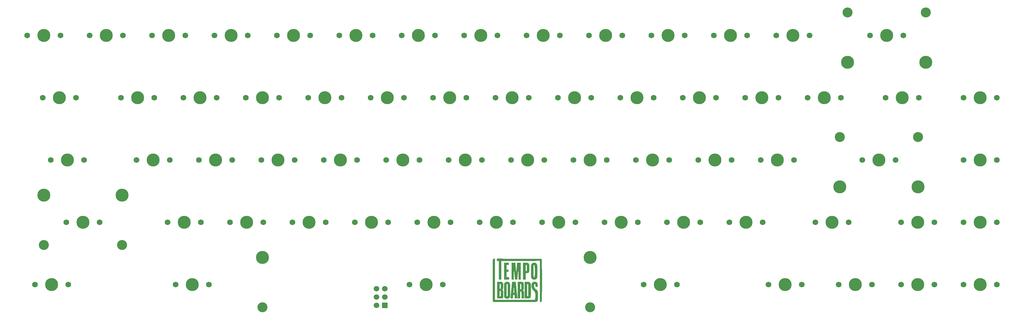
<source format=gbr>
%TF.GenerationSoftware,KiCad,Pcbnew,(6.0.1)*%
%TF.CreationDate,2022-06-09T19:08:29-07:00*%
%TF.ProjectId,artemis-65,61727465-6d69-4732-9d36-352e6b696361,rev?*%
%TF.SameCoordinates,Original*%
%TF.FileFunction,Soldermask,Top*%
%TF.FilePolarity,Negative*%
%FSLAX46Y46*%
G04 Gerber Fmt 4.6, Leading zero omitted, Abs format (unit mm)*
G04 Created by KiCad (PCBNEW (6.0.1)) date 2022-06-09 19:08:29*
%MOMM*%
%LPD*%
G01*
G04 APERTURE LIST*
%ADD10C,3.987800*%
%ADD11C,1.750000*%
%ADD12C,3.048000*%
%ADD13C,1.700000*%
%ADD14R,1.700000X1.700000*%
G04 APERTURE END LIST*
%TO.C,G\u002A\u002A\u002A*%
G36*
X147964915Y-107022682D02*
G01*
X154023649Y-107022682D01*
X154427815Y-107022679D01*
X154813861Y-107022669D01*
X155182199Y-107022652D01*
X155533240Y-107022626D01*
X155867399Y-107022591D01*
X156185087Y-107022545D01*
X156486716Y-107022487D01*
X156772701Y-107022417D01*
X157043452Y-107022334D01*
X157299383Y-107022236D01*
X157540905Y-107022123D01*
X157768433Y-107021994D01*
X157982378Y-107021847D01*
X158183152Y-107021682D01*
X158371169Y-107021498D01*
X158546841Y-107021294D01*
X158710580Y-107021068D01*
X158862799Y-107020821D01*
X159003910Y-107020550D01*
X159134326Y-107020255D01*
X159254460Y-107019936D01*
X159364725Y-107019590D01*
X159465532Y-107019217D01*
X159557294Y-107018817D01*
X159640424Y-107018387D01*
X159715334Y-107017928D01*
X159782437Y-107017438D01*
X159842145Y-107016916D01*
X159894872Y-107016362D01*
X159941029Y-107015773D01*
X159981029Y-107015150D01*
X160015285Y-107014492D01*
X160044209Y-107013797D01*
X160068213Y-107013064D01*
X160087711Y-107012293D01*
X160103115Y-107011482D01*
X160114837Y-107010631D01*
X160123290Y-107009738D01*
X160128886Y-107008803D01*
X160130529Y-107008384D01*
X160187355Y-106982155D01*
X160234936Y-106941204D01*
X160264676Y-106898459D01*
X160284981Y-106860515D01*
X160287756Y-105989446D01*
X160288211Y-105828437D01*
X160288472Y-105684802D01*
X160288507Y-105557381D01*
X160288284Y-105445015D01*
X160287773Y-105346545D01*
X160286941Y-105260810D01*
X160285757Y-105186653D01*
X160284191Y-105122913D01*
X160282209Y-105068432D01*
X160279782Y-105022050D01*
X160276877Y-104982608D01*
X160273463Y-104948946D01*
X160269509Y-104919905D01*
X160264983Y-104894327D01*
X160259854Y-104871051D01*
X160257129Y-104860206D01*
X160247071Y-104824808D01*
X160235413Y-104791566D01*
X160221054Y-104759058D01*
X160202894Y-104725866D01*
X160179834Y-104690567D01*
X160150772Y-104651744D01*
X160114609Y-104607974D01*
X160070246Y-104557840D01*
X160016581Y-104499919D01*
X159952515Y-104432792D01*
X159876948Y-104355040D01*
X159823913Y-104300950D01*
X159736008Y-104210888D01*
X159660242Y-104131725D01*
X159595210Y-104061704D01*
X159539510Y-103999071D01*
X159491739Y-103942070D01*
X159450492Y-103888946D01*
X159414366Y-103837943D01*
X159381959Y-103787307D01*
X159351867Y-103735282D01*
X159322687Y-103680112D01*
X159314311Y-103663506D01*
X159280703Y-103592942D01*
X159252066Y-103524704D01*
X159227996Y-103456535D01*
X159208090Y-103386177D01*
X159191945Y-103311376D01*
X159179158Y-103229872D01*
X159169327Y-103139411D01*
X159162048Y-103037734D01*
X159156918Y-102922586D01*
X159153535Y-102791709D01*
X159152976Y-102760004D01*
X159151431Y-102630689D01*
X159151487Y-102517909D01*
X159153382Y-102419718D01*
X159157357Y-102334167D01*
X159163648Y-102259310D01*
X159172496Y-102193198D01*
X159184138Y-102133884D01*
X159198813Y-102079421D01*
X159216761Y-102027861D01*
X159238220Y-101977256D01*
X159252633Y-101947042D01*
X159311823Y-101847652D01*
X159384943Y-101760153D01*
X159471095Y-101685317D01*
X159569377Y-101623917D01*
X159678892Y-101576728D01*
X159686009Y-101574295D01*
X159793408Y-101544929D01*
X159909926Y-101525214D01*
X160031770Y-101515077D01*
X160155146Y-101514442D01*
X160276259Y-101523232D01*
X160391316Y-101541374D01*
X160496523Y-101568791D01*
X160557975Y-101591613D01*
X160660165Y-101643994D01*
X160749898Y-101709045D01*
X160827437Y-101787144D01*
X160893041Y-101878673D01*
X160946973Y-101984012D01*
X160989494Y-102103540D01*
X161020866Y-102237639D01*
X161027000Y-102273503D01*
X161031616Y-102308922D01*
X161035557Y-102353876D01*
X161038900Y-102410019D01*
X161041720Y-102479005D01*
X161044091Y-102562489D01*
X161046089Y-102662124D01*
X161046867Y-102711354D01*
X161051953Y-103056538D01*
X160308147Y-103056538D01*
X160308096Y-102729887D01*
X160307789Y-102636682D01*
X160306924Y-102554895D01*
X160305539Y-102485911D01*
X160303671Y-102431109D01*
X160301359Y-102391871D01*
X160298640Y-102369581D01*
X160298212Y-102367830D01*
X160279420Y-102327154D01*
X160249065Y-102289887D01*
X160212385Y-102261478D01*
X160184365Y-102249394D01*
X160137749Y-102242611D01*
X160087414Y-102244618D01*
X160040559Y-102254568D01*
X160006199Y-102270355D01*
X159981184Y-102293747D01*
X159957580Y-102326720D01*
X159950465Y-102339823D01*
X159926882Y-102387610D01*
X159930302Y-102756824D01*
X159931208Y-102849841D01*
X159932109Y-102926319D01*
X159933117Y-102988251D01*
X159934340Y-103037631D01*
X159935889Y-103076453D01*
X159937873Y-103106710D01*
X159940402Y-103130396D01*
X159943586Y-103149504D01*
X159947535Y-103166029D01*
X159952359Y-103181964D01*
X159953997Y-103186940D01*
X159968634Y-103224798D01*
X159988103Y-103263764D01*
X160013350Y-103304892D01*
X160045320Y-103349236D01*
X160084959Y-103397852D01*
X160133214Y-103451793D01*
X160191029Y-103512114D01*
X160259352Y-103579869D01*
X160339127Y-103656113D01*
X160431301Y-103741901D01*
X160536820Y-103838287D01*
X160544448Y-103845202D01*
X160650669Y-103943550D01*
X160742494Y-104033616D01*
X160821033Y-104117271D01*
X160887397Y-104196382D01*
X160942696Y-104272821D01*
X160988041Y-104348456D01*
X161024541Y-104425157D01*
X161053307Y-104504794D01*
X161075449Y-104589235D01*
X161092077Y-104680351D01*
X161104303Y-104780010D01*
X161105220Y-104789409D01*
X161107072Y-104817877D01*
X161108668Y-104862128D01*
X161110011Y-104922448D01*
X161111102Y-104999127D01*
X161111943Y-105092450D01*
X161112536Y-105202705D01*
X161112883Y-105330180D01*
X161112984Y-105475162D01*
X161112842Y-105637939D01*
X161112460Y-105818797D01*
X161112137Y-105929212D01*
X161111618Y-106089838D01*
X161111127Y-106233029D01*
X161110642Y-106359881D01*
X161110140Y-106471492D01*
X161109600Y-106568959D01*
X161109000Y-106653381D01*
X161108316Y-106725854D01*
X161107526Y-106787477D01*
X161106610Y-106839345D01*
X161105544Y-106882558D01*
X161104306Y-106918212D01*
X161102873Y-106947405D01*
X161101225Y-106971234D01*
X161099338Y-106990798D01*
X161097190Y-107007192D01*
X161094760Y-107021516D01*
X161092024Y-107034865D01*
X161089539Y-107045849D01*
X161056283Y-107163266D01*
X161013743Y-107266387D01*
X160960697Y-107357603D01*
X160895922Y-107439307D01*
X160879507Y-107456725D01*
X160811114Y-107519697D01*
X160736874Y-107572868D01*
X160654215Y-107617475D01*
X160560565Y-107654754D01*
X160453351Y-107685943D01*
X160359819Y-107706608D01*
X160353799Y-107707570D01*
X160345461Y-107708490D01*
X160334397Y-107709370D01*
X160320199Y-107710210D01*
X160302459Y-107711013D01*
X160280769Y-107711778D01*
X160254720Y-107712507D01*
X160223905Y-107713201D01*
X160187915Y-107713862D01*
X160146343Y-107714489D01*
X160098780Y-107715085D01*
X160044819Y-107715650D01*
X159984050Y-107716186D01*
X159916067Y-107716694D01*
X159840460Y-107717174D01*
X159756822Y-107717627D01*
X159664745Y-107718056D01*
X159563821Y-107718461D01*
X159453642Y-107718842D01*
X159333799Y-107719202D01*
X159203884Y-107719540D01*
X159063489Y-107719859D01*
X158912207Y-107720159D01*
X158749629Y-107720442D01*
X158575347Y-107720708D01*
X158388953Y-107720959D01*
X158190039Y-107721195D01*
X157978197Y-107721418D01*
X157753018Y-107721629D01*
X157514095Y-107721829D01*
X157261020Y-107722019D01*
X156993383Y-107722200D01*
X156710779Y-107722373D01*
X156412797Y-107722539D01*
X156099031Y-107722700D01*
X155769071Y-107722856D01*
X155422511Y-107723008D01*
X155058942Y-107723159D01*
X154677955Y-107723307D01*
X154279143Y-107723456D01*
X153974364Y-107723565D01*
X153559778Y-107723709D01*
X153163328Y-107723839D01*
X152784616Y-107723953D01*
X152423246Y-107724052D01*
X152078821Y-107724135D01*
X151750942Y-107724201D01*
X151439213Y-107724249D01*
X151143236Y-107724279D01*
X150862614Y-107724289D01*
X150596950Y-107724280D01*
X150345847Y-107724251D01*
X150108907Y-107724200D01*
X149885732Y-107724127D01*
X149675926Y-107724032D01*
X149479092Y-107723913D01*
X149294831Y-107723771D01*
X149122748Y-107723603D01*
X148962443Y-107723411D01*
X148813521Y-107723192D01*
X148675584Y-107722947D01*
X148548234Y-107722673D01*
X148431075Y-107722372D01*
X148323708Y-107722042D01*
X148225738Y-107721682D01*
X148136765Y-107721292D01*
X148056394Y-107720871D01*
X147984227Y-107720418D01*
X147919866Y-107719933D01*
X147862914Y-107719414D01*
X147812975Y-107718862D01*
X147769650Y-107718275D01*
X147732542Y-107717654D01*
X147701254Y-107716996D01*
X147675390Y-107716301D01*
X147654551Y-107715569D01*
X147638339Y-107714799D01*
X147626359Y-107713991D01*
X147618213Y-107713142D01*
X147613750Y-107712323D01*
X147534154Y-107681761D01*
X147465184Y-107636142D01*
X147407549Y-107576065D01*
X147361956Y-107502129D01*
X147359661Y-107497353D01*
X147330147Y-107435050D01*
X147330147Y-94775788D01*
X147364920Y-94705428D01*
X147409834Y-94633815D01*
X147467594Y-94572305D01*
X147535277Y-94523178D01*
X147609957Y-94488712D01*
X147660267Y-94475363D01*
X147687662Y-94471964D01*
X147728389Y-94469147D01*
X147777250Y-94467180D01*
X147829046Y-94466330D01*
X147836446Y-94466316D01*
X147964915Y-94466316D01*
X147964915Y-107022682D01*
G37*
G36*
X150098570Y-94479035D02*
G01*
X150205170Y-94479404D01*
X150329538Y-94479788D01*
X150470913Y-94480184D01*
X150628530Y-94480592D01*
X150801626Y-94481010D01*
X150989437Y-94481437D01*
X151191199Y-94481872D01*
X151406148Y-94482314D01*
X151633522Y-94482761D01*
X151872555Y-94483211D01*
X152122485Y-94483665D01*
X152382548Y-94484120D01*
X152651980Y-94484575D01*
X152930018Y-94485030D01*
X153215897Y-94485482D01*
X153508855Y-94485930D01*
X153808126Y-94486374D01*
X154112949Y-94486811D01*
X154422558Y-94487241D01*
X154736191Y-94487663D01*
X155053084Y-94488075D01*
X155372472Y-94488475D01*
X155693593Y-94488864D01*
X156015682Y-94489238D01*
X156337976Y-94489598D01*
X156659712Y-94489942D01*
X156786805Y-94490073D01*
X157209370Y-94490522D01*
X157614250Y-94490988D01*
X158001406Y-94491469D01*
X158370803Y-94491965D01*
X158722401Y-94492478D01*
X159056163Y-94493005D01*
X159372053Y-94493548D01*
X159670031Y-94494106D01*
X159950062Y-94494680D01*
X160212107Y-94495268D01*
X160456128Y-94495871D01*
X160682089Y-94496489D01*
X160889952Y-94497122D01*
X161079678Y-94497769D01*
X161251231Y-94498431D01*
X161404574Y-94499107D01*
X161539667Y-94499797D01*
X161656475Y-94500502D01*
X161754959Y-94501220D01*
X161835083Y-94501953D01*
X161896807Y-94502699D01*
X161940096Y-94503459D01*
X161964910Y-94504233D01*
X161970875Y-94504696D01*
X162047504Y-94526815D01*
X162119171Y-94564789D01*
X162183343Y-94616103D01*
X162237493Y-94678238D01*
X162279088Y-94748679D01*
X162305599Y-94824907D01*
X162308938Y-94841002D01*
X162309576Y-94853701D01*
X162310194Y-94884343D01*
X162310793Y-94932343D01*
X162311372Y-94997111D01*
X162311932Y-95078060D01*
X162312472Y-95174604D01*
X162312993Y-95286154D01*
X162313494Y-95412124D01*
X162313975Y-95551925D01*
X162314437Y-95704970D01*
X162314879Y-95870672D01*
X162315301Y-96048443D01*
X162315703Y-96237697D01*
X162316086Y-96437844D01*
X162316448Y-96648299D01*
X162316791Y-96868473D01*
X162317114Y-97097779D01*
X162317417Y-97335629D01*
X162317699Y-97581437D01*
X162317962Y-97834614D01*
X162318204Y-98094574D01*
X162318427Y-98360728D01*
X162318629Y-98632490D01*
X162318811Y-98909271D01*
X162318973Y-99190485D01*
X162319114Y-99475544D01*
X162319236Y-99763860D01*
X162319336Y-100054846D01*
X162319417Y-100347915D01*
X162319477Y-100642479D01*
X162319516Y-100937950D01*
X162319535Y-101233742D01*
X162319534Y-101529266D01*
X162319512Y-101823936D01*
X162319469Y-102117163D01*
X162319406Y-102408361D01*
X162319322Y-102696942D01*
X162319217Y-102982318D01*
X162319092Y-103263902D01*
X162318946Y-103541107D01*
X162318779Y-103813345D01*
X162318591Y-104080028D01*
X162318382Y-104340569D01*
X162318152Y-104594382D01*
X162317902Y-104840877D01*
X162317630Y-105079468D01*
X162317337Y-105309568D01*
X162317024Y-105530588D01*
X162316689Y-105741942D01*
X162316333Y-105943042D01*
X162315955Y-106133300D01*
X162315557Y-106312130D01*
X162315137Y-106478943D01*
X162314696Y-106633152D01*
X162314234Y-106774169D01*
X162313751Y-106901408D01*
X162313245Y-107014281D01*
X162312719Y-107112200D01*
X162312171Y-107194578D01*
X162311602Y-107260828D01*
X162311011Y-107310361D01*
X162310398Y-107342591D01*
X162309764Y-107356929D01*
X162309704Y-107357335D01*
X162287201Y-107432319D01*
X162249680Y-107504540D01*
X162200221Y-107569390D01*
X162141907Y-107622259D01*
X162124546Y-107634202D01*
X162084487Y-107657497D01*
X162044663Y-107674736D01*
X162001294Y-107686721D01*
X161950599Y-107694250D01*
X161888798Y-107698125D01*
X161817792Y-107699150D01*
X161670351Y-107699150D01*
X161670351Y-95152787D01*
X160342897Y-95157387D01*
X160248811Y-95157701D01*
X160138654Y-95158047D01*
X160013157Y-95158422D01*
X159873052Y-95158827D01*
X159719069Y-95159258D01*
X159551941Y-95159715D01*
X159372400Y-95160195D01*
X159181175Y-95160697D01*
X158978999Y-95161219D01*
X158766604Y-95161760D01*
X158544720Y-95162318D01*
X158314079Y-95162892D01*
X158075413Y-95163479D01*
X157829453Y-95164078D01*
X157576931Y-95164688D01*
X157318577Y-95165307D01*
X157055124Y-95165932D01*
X156787302Y-95166564D01*
X156515844Y-95167199D01*
X156241481Y-95167836D01*
X155964943Y-95168474D01*
X155686963Y-95169111D01*
X155408273Y-95169745D01*
X155129602Y-95170374D01*
X154851684Y-95170998D01*
X154575249Y-95171614D01*
X154301029Y-95172221D01*
X154029754Y-95172817D01*
X153762158Y-95173400D01*
X153498971Y-95173969D01*
X153240924Y-95174522D01*
X152988749Y-95175057D01*
X152743178Y-95175574D01*
X152504942Y-95176069D01*
X152274772Y-95176542D01*
X152053399Y-95176991D01*
X151841556Y-95177414D01*
X151639974Y-95177810D01*
X151449383Y-95178177D01*
X151270517Y-95178513D01*
X151104105Y-95178817D01*
X150950879Y-95179087D01*
X150811572Y-95179321D01*
X150686914Y-95179518D01*
X150577636Y-95179676D01*
X150484471Y-95179793D01*
X150408149Y-95179868D01*
X150349403Y-95179899D01*
X150334871Y-95179900D01*
X149929453Y-95179851D01*
X149929453Y-100841799D01*
X149141785Y-100841799D01*
X149141785Y-95179851D01*
X148539450Y-95179851D01*
X148539450Y-94473245D01*
X150098570Y-94479035D01*
G37*
G36*
X150726185Y-103915317D02*
G01*
X150726336Y-103758728D01*
X150726568Y-103604831D01*
X150726879Y-103454803D01*
X150727270Y-103309820D01*
X150727741Y-103171055D01*
X150728292Y-103039686D01*
X150728922Y-102916887D01*
X150729631Y-102803833D01*
X150730420Y-102701701D01*
X150731289Y-102611665D01*
X150732236Y-102534900D01*
X150733263Y-102472583D01*
X150734369Y-102425889D01*
X150735554Y-102395993D01*
X150736146Y-102388001D01*
X150755369Y-102252008D01*
X150784312Y-102130410D01*
X150823751Y-102021373D01*
X150874460Y-101923059D01*
X150937217Y-101833632D01*
X150999756Y-101764093D01*
X151085510Y-101688409D01*
X151178094Y-101627157D01*
X151278950Y-101579812D01*
X151389520Y-101545848D01*
X151511245Y-101524738D01*
X151645568Y-101515958D01*
X151680858Y-101515627D01*
X151824279Y-101523142D01*
X151956741Y-101545433D01*
X152078149Y-101582454D01*
X152188407Y-101634162D01*
X152287417Y-101700510D01*
X152375083Y-101781454D01*
X152450578Y-101875885D01*
X152497561Y-101955476D01*
X152539374Y-102048655D01*
X152574404Y-102150819D01*
X152601040Y-102257368D01*
X152615840Y-102347636D01*
X152617258Y-102367010D01*
X152618564Y-102401112D01*
X152619757Y-102450227D01*
X152620841Y-102514642D01*
X152621816Y-102594643D01*
X152622684Y-102690514D01*
X152623447Y-102802542D01*
X152624106Y-102931013D01*
X152624664Y-103076212D01*
X152625121Y-103238425D01*
X152625479Y-103417938D01*
X152625740Y-103615036D01*
X152625905Y-103830005D01*
X152625976Y-104063132D01*
X152625980Y-104140741D01*
X152625979Y-104354623D01*
X152625969Y-104550811D01*
X152625932Y-104730146D01*
X152625847Y-104893466D01*
X152625694Y-105041613D01*
X152625453Y-105175426D01*
X152625104Y-105295745D01*
X152624627Y-105403410D01*
X152624002Y-105499260D01*
X152623209Y-105584136D01*
X152622229Y-105658877D01*
X152621040Y-105724323D01*
X152619624Y-105781315D01*
X152617960Y-105830691D01*
X152616029Y-105873292D01*
X152613809Y-105909958D01*
X152611282Y-105941529D01*
X152608428Y-105968844D01*
X152605225Y-105992744D01*
X152601655Y-106014068D01*
X152597698Y-106033655D01*
X152593333Y-106052347D01*
X152588540Y-106070983D01*
X152583300Y-106090402D01*
X152579255Y-106105279D01*
X152566712Y-106144359D01*
X152548447Y-106192318D01*
X152527415Y-106241661D01*
X152515363Y-106267446D01*
X152457143Y-106368531D01*
X152387193Y-106456044D01*
X152304904Y-106530456D01*
X152209666Y-106592241D01*
X152100870Y-106641870D01*
X151986659Y-106677615D01*
X151950999Y-106686055D01*
X151916916Y-106692319D01*
X151880299Y-106696813D01*
X151837033Y-106699938D01*
X151783007Y-106702100D01*
X151722558Y-106703541D01*
X151635061Y-106704310D01*
X151563511Y-106702797D01*
X151505453Y-106698911D01*
X151466200Y-106693890D01*
X151342538Y-106665110D01*
X151222094Y-106620363D01*
X151170496Y-106595489D01*
X151073176Y-106534610D01*
X150987230Y-106459425D01*
X150913000Y-106370522D01*
X150850828Y-106268486D01*
X150801057Y-106153907D01*
X150764029Y-106027370D01*
X150740087Y-105889464D01*
X150735920Y-105850445D01*
X150734700Y-105827907D01*
X150733561Y-105788080D01*
X150732504Y-105732140D01*
X150731528Y-105661262D01*
X150730633Y-105576621D01*
X150729819Y-105479394D01*
X150729085Y-105370755D01*
X150728433Y-105251880D01*
X150727861Y-105123944D01*
X150727370Y-104988123D01*
X150726960Y-104845591D01*
X150726630Y-104697526D01*
X150726380Y-104545101D01*
X150726211Y-104389492D01*
X150726122Y-104231875D01*
X150726115Y-104108307D01*
X151509424Y-104108307D01*
X151509431Y-104318621D01*
X151509456Y-104511206D01*
X151509507Y-104686864D01*
X151509591Y-104846401D01*
X151509716Y-104990619D01*
X151509890Y-105120323D01*
X151510119Y-105236317D01*
X151510412Y-105339403D01*
X151510776Y-105430387D01*
X151511218Y-105510071D01*
X151511746Y-105579260D01*
X151512367Y-105638757D01*
X151513089Y-105689366D01*
X151513920Y-105731892D01*
X151514866Y-105767137D01*
X151515936Y-105795905D01*
X151517136Y-105819001D01*
X151518475Y-105837228D01*
X151519960Y-105851390D01*
X151521598Y-105862291D01*
X151523396Y-105870734D01*
X151525364Y-105877523D01*
X151525944Y-105879231D01*
X151539685Y-105910640D01*
X151556156Y-105937581D01*
X151564448Y-105947205D01*
X151605940Y-105974267D01*
X151655484Y-105988138D01*
X151707567Y-105988253D01*
X151756675Y-105974045D01*
X151768055Y-105968065D01*
X151805174Y-105936002D01*
X151832873Y-105889826D01*
X151846963Y-105845017D01*
X151848352Y-105830924D01*
X151849630Y-105801934D01*
X151850800Y-105757775D01*
X151851862Y-105698173D01*
X151852818Y-105622856D01*
X151853670Y-105531551D01*
X151854419Y-105423984D01*
X151855067Y-105299883D01*
X151855615Y-105158976D01*
X151856066Y-105000988D01*
X151856420Y-104825648D01*
X151856680Y-104632681D01*
X151856846Y-104421816D01*
X151856920Y-104192780D01*
X151856925Y-104114432D01*
X151856933Y-103902051D01*
X151856942Y-103707407D01*
X151856928Y-103529703D01*
X151856868Y-103368142D01*
X151856738Y-103221927D01*
X151856515Y-103090262D01*
X151856175Y-102972349D01*
X151855694Y-102867392D01*
X151855049Y-102774595D01*
X151854217Y-102693160D01*
X151853174Y-102622290D01*
X151851897Y-102561189D01*
X151850361Y-102509061D01*
X151848544Y-102465107D01*
X151846422Y-102428532D01*
X151843971Y-102398539D01*
X151841168Y-102374330D01*
X151837990Y-102355110D01*
X151834412Y-102340081D01*
X151830412Y-102328447D01*
X151825965Y-102319411D01*
X151821049Y-102312175D01*
X151815639Y-102305944D01*
X151809713Y-102299920D01*
X151803246Y-102293307D01*
X151803156Y-102293212D01*
X151761203Y-102261345D01*
X151711341Y-102244015D01*
X151657996Y-102241928D01*
X151605599Y-102255792D01*
X151596307Y-102260190D01*
X151570837Y-102276824D01*
X151551288Y-102299965D01*
X151534126Y-102332006D01*
X151509424Y-102384703D01*
X151509424Y-104108307D01*
X150726115Y-104108307D01*
X150726113Y-104073425D01*
X150726185Y-103915317D01*
G37*
G36*
X149246035Y-101546105D02*
G01*
X149378155Y-101546175D01*
X149493239Y-101546435D01*
X149592784Y-101546983D01*
X149678287Y-101547915D01*
X149751243Y-101549331D01*
X149813152Y-101551328D01*
X149865508Y-101554004D01*
X149909810Y-101557458D01*
X149947554Y-101561787D01*
X149980237Y-101567089D01*
X150009356Y-101573463D01*
X150036407Y-101581005D01*
X150062889Y-101589815D01*
X150090297Y-101599991D01*
X150094627Y-101601659D01*
X150189649Y-101647721D01*
X150272232Y-101707454D01*
X150341911Y-101780381D01*
X150398220Y-101866026D01*
X150436213Y-101951174D01*
X150445954Y-101978048D01*
X150454405Y-102002250D01*
X150461665Y-102025262D01*
X150467833Y-102048569D01*
X150473007Y-102073653D01*
X150477286Y-102101997D01*
X150480771Y-102135086D01*
X150483559Y-102174402D01*
X150485749Y-102221428D01*
X150487441Y-102277649D01*
X150488734Y-102344546D01*
X150489726Y-102423604D01*
X150490516Y-102516306D01*
X150491204Y-102624136D01*
X150491888Y-102748576D01*
X150492105Y-102788817D01*
X150492768Y-102915205D01*
X150493278Y-103024520D01*
X150493603Y-103118225D01*
X150493716Y-103197780D01*
X150493585Y-103264646D01*
X150493181Y-103320285D01*
X150492474Y-103366158D01*
X150491435Y-103403726D01*
X150490033Y-103434450D01*
X150488240Y-103459791D01*
X150486025Y-103481210D01*
X150483358Y-103500169D01*
X150480210Y-103518128D01*
X150476913Y-103534779D01*
X150449135Y-103634830D01*
X150409603Y-103721769D01*
X150358804Y-103795005D01*
X150297226Y-103853946D01*
X150225355Y-103898003D01*
X150156361Y-103923354D01*
X150119601Y-103935296D01*
X150101077Y-103946596D01*
X150100847Y-103957705D01*
X150118975Y-103969073D01*
X150155522Y-103981150D01*
X150164568Y-103983566D01*
X150257039Y-104016117D01*
X150337130Y-104062446D01*
X150404759Y-104122464D01*
X150459843Y-104196084D01*
X150502299Y-104283219D01*
X150529555Y-104372734D01*
X150532321Y-104385778D01*
X150534755Y-104400500D01*
X150536877Y-104418105D01*
X150538708Y-104439794D01*
X150540270Y-104466770D01*
X150541583Y-104500235D01*
X150542668Y-104541391D01*
X150543547Y-104591441D01*
X150544241Y-104651587D01*
X150544771Y-104723032D01*
X150545157Y-104806978D01*
X150545420Y-104904628D01*
X150545583Y-105017183D01*
X150545665Y-105145847D01*
X150545688Y-105291821D01*
X150545688Y-105294444D01*
X150545670Y-105440266D01*
X150545600Y-105568768D01*
X150545456Y-105681166D01*
X150545216Y-105778674D01*
X150544857Y-105862505D01*
X150544358Y-105933875D01*
X150543695Y-105993998D01*
X150542846Y-106044088D01*
X150541789Y-106085359D01*
X150540502Y-106119026D01*
X150538963Y-106146303D01*
X150537148Y-106168405D01*
X150535036Y-106186545D01*
X150532604Y-106201938D01*
X150529830Y-106215799D01*
X150528637Y-106221113D01*
X150497331Y-106322219D01*
X150452917Y-106410230D01*
X150395353Y-106485192D01*
X150324600Y-106547152D01*
X150240616Y-106596156D01*
X150180912Y-106620392D01*
X150153749Y-106629514D01*
X150127294Y-106637460D01*
X150100110Y-106644311D01*
X150070758Y-106650148D01*
X150037800Y-106655051D01*
X149999797Y-106659102D01*
X149955312Y-106662380D01*
X149902905Y-106664966D01*
X149841139Y-106666942D01*
X149768576Y-106668387D01*
X149683777Y-106669383D01*
X149585304Y-106670010D01*
X149471718Y-106670349D01*
X149341581Y-106670481D01*
X149287735Y-106670493D01*
X148641383Y-106670548D01*
X148641383Y-106005824D01*
X149419785Y-106005824D01*
X149510136Y-106001275D01*
X149562218Y-105996939D01*
X149606324Y-105989953D01*
X149637226Y-105981149D01*
X149637553Y-105981011D01*
X149684955Y-105953300D01*
X149721614Y-105913643D01*
X149745764Y-105870206D01*
X149767286Y-105822645D01*
X149769961Y-105175598D01*
X149770479Y-105042785D01*
X149770806Y-104927174D01*
X149770858Y-104827431D01*
X149770551Y-104742227D01*
X149769800Y-104670228D01*
X149768523Y-104610103D01*
X149766636Y-104560521D01*
X149764053Y-104520148D01*
X149760692Y-104487655D01*
X149756469Y-104461708D01*
X149751300Y-104440976D01*
X149745101Y-104424127D01*
X149737788Y-104409830D01*
X149729278Y-104396752D01*
X149720148Y-104384430D01*
X149692643Y-104354946D01*
X149659892Y-104333935D01*
X149618381Y-104320080D01*
X149564592Y-104312067D01*
X149519402Y-104309290D01*
X149419785Y-104305491D01*
X149419785Y-106005824D01*
X148641383Y-106005824D01*
X148641383Y-103668140D01*
X149419785Y-103668140D01*
X149514769Y-103667435D01*
X149558366Y-103666075D01*
X149598067Y-103662994D01*
X149628222Y-103658719D01*
X149639242Y-103655851D01*
X149685934Y-103629046D01*
X149722769Y-103586642D01*
X149737972Y-103558619D01*
X149742152Y-103549201D01*
X149745714Y-103539451D01*
X149748718Y-103527870D01*
X149751218Y-103512959D01*
X149753273Y-103493219D01*
X149754940Y-103467150D01*
X149756276Y-103433252D01*
X149757338Y-103390027D01*
X149758183Y-103335975D01*
X149758869Y-103269596D01*
X149759452Y-103189392D01*
X149759990Y-103093863D01*
X149760539Y-102981509D01*
X149760620Y-102964392D01*
X149761140Y-102841614D01*
X149761402Y-102735926D01*
X149761325Y-102645882D01*
X149760827Y-102570040D01*
X149759830Y-102506956D01*
X149758251Y-102455186D01*
X149756010Y-102413286D01*
X149753026Y-102379813D01*
X149749219Y-102353323D01*
X149744508Y-102332373D01*
X149738812Y-102315518D01*
X149732050Y-102301315D01*
X149724142Y-102288320D01*
X149722700Y-102286159D01*
X149701873Y-102259909D01*
X149677988Y-102241058D01*
X149647513Y-102228304D01*
X149606914Y-102220347D01*
X149552660Y-102215884D01*
X149529239Y-102214887D01*
X149419785Y-102210985D01*
X149419785Y-103668140D01*
X148641383Y-103668140D01*
X148641383Y-101546067D01*
X149246035Y-101546105D01*
G37*
G36*
X152897330Y-104546937D02*
G01*
X152915537Y-104360769D01*
X152933860Y-104173468D01*
X152952208Y-103985945D01*
X152970494Y-103799110D01*
X152988627Y-103613874D01*
X153006519Y-103431149D01*
X153024081Y-103251846D01*
X153041222Y-103076876D01*
X153057856Y-102907150D01*
X153073891Y-102743579D01*
X153089239Y-102587075D01*
X153103811Y-102438548D01*
X153117517Y-102298909D01*
X153130270Y-102169070D01*
X153141978Y-102049941D01*
X153152554Y-101942435D01*
X153161908Y-101847461D01*
X153169951Y-101765932D01*
X153176593Y-101698757D01*
X153181746Y-101646849D01*
X153185321Y-101611119D01*
X153187228Y-101592477D01*
X153187494Y-101590084D01*
X153193068Y-101546067D01*
X154289502Y-101546067D01*
X154539969Y-104105991D01*
X154790435Y-106665914D01*
X154401807Y-106668333D01*
X154318881Y-106668793D01*
X154241917Y-106669112D01*
X154172844Y-106669289D01*
X154113589Y-106669326D01*
X154066080Y-106669222D01*
X154032245Y-106668976D01*
X154014011Y-106668590D01*
X154011335Y-106668333D01*
X154010362Y-106658911D01*
X154008209Y-106632627D01*
X154004995Y-106591108D01*
X154000842Y-106535977D01*
X153995870Y-106468862D01*
X153990199Y-106391387D01*
X153983950Y-106305179D01*
X153977243Y-106211863D01*
X153970963Y-106123813D01*
X153963843Y-106024165D01*
X153956976Y-105929104D01*
X153950496Y-105840406D01*
X153944536Y-105759848D01*
X153939229Y-105689206D01*
X153934710Y-105630257D01*
X153931110Y-105584776D01*
X153928563Y-105554540D01*
X153927348Y-105542328D01*
X153922262Y-105502944D01*
X153728229Y-105502944D01*
X153670475Y-105503260D01*
X153619504Y-105504143D01*
X153578039Y-105505496D01*
X153548804Y-105507222D01*
X153534521Y-105509223D01*
X153533554Y-105509894D01*
X153532833Y-105520128D01*
X153530974Y-105547257D01*
X153528084Y-105589686D01*
X153524273Y-105645820D01*
X153519647Y-105714062D01*
X153514316Y-105792818D01*
X153508387Y-105880490D01*
X153501969Y-105975485D01*
X153495170Y-106076205D01*
X153494146Y-106091379D01*
X153455380Y-106665914D01*
X153073154Y-106668334D01*
X152991020Y-106668728D01*
X152914937Y-106668853D01*
X152846836Y-106668721D01*
X152788647Y-106668349D01*
X152742303Y-106667751D01*
X152709736Y-106666941D01*
X152692876Y-106665935D01*
X152690927Y-106665408D01*
X152691817Y-106655448D01*
X152694426Y-106627955D01*
X152698666Y-106583839D01*
X152704448Y-106524011D01*
X152711682Y-106449383D01*
X152720279Y-106360866D01*
X152730150Y-106259371D01*
X152741207Y-106145808D01*
X152753359Y-106021089D01*
X152766518Y-105886126D01*
X152780594Y-105741829D01*
X152795498Y-105589109D01*
X152811142Y-105428878D01*
X152827436Y-105262046D01*
X152844291Y-105089525D01*
X152861618Y-104912225D01*
X152870226Y-104824159D01*
X153580397Y-104824159D01*
X153585129Y-104828754D01*
X153600521Y-104832055D01*
X153628550Y-104834217D01*
X153671194Y-104835395D01*
X153728797Y-104835743D01*
X153784480Y-104835585D01*
X153824263Y-104834918D01*
X153850775Y-104833456D01*
X153866647Y-104830910D01*
X153874511Y-104826992D01*
X153876997Y-104821416D01*
X153877088Y-104819526D01*
X153876492Y-104807136D01*
X153874759Y-104777773D01*
X153871989Y-104732955D01*
X153868283Y-104674202D01*
X153863740Y-104603031D01*
X153858460Y-104520963D01*
X153852544Y-104429516D01*
X153846092Y-104330208D01*
X153839202Y-104224558D01*
X153831977Y-104114085D01*
X153824515Y-104000309D01*
X153816916Y-103884747D01*
X153809281Y-103768919D01*
X153801709Y-103654343D01*
X153794301Y-103542539D01*
X153787156Y-103435024D01*
X153780374Y-103333318D01*
X153774057Y-103238940D01*
X153768303Y-103153409D01*
X153763212Y-103078242D01*
X153758885Y-103014960D01*
X153755421Y-102965080D01*
X153752921Y-102930122D01*
X153751485Y-102911604D01*
X153751391Y-102910588D01*
X153745738Y-102875427D01*
X153737866Y-102855673D01*
X153729185Y-102852053D01*
X153721102Y-102865297D01*
X153715528Y-102892054D01*
X153714338Y-102905413D01*
X153711988Y-102935657D01*
X153708585Y-102981279D01*
X153704233Y-103040771D01*
X153699039Y-103112624D01*
X153693108Y-103195331D01*
X153686545Y-103287383D01*
X153679455Y-103387273D01*
X153671945Y-103493492D01*
X153664119Y-103604532D01*
X153656084Y-103718885D01*
X153647944Y-103835043D01*
X153639805Y-103951498D01*
X153631772Y-104066742D01*
X153623952Y-104179266D01*
X153616449Y-104287563D01*
X153609369Y-104390124D01*
X153602818Y-104485441D01*
X153596901Y-104572007D01*
X153591723Y-104648313D01*
X153587389Y-104712851D01*
X153584007Y-104764113D01*
X153581680Y-104800591D01*
X153580514Y-104820776D01*
X153580397Y-104824159D01*
X152870226Y-104824159D01*
X152879327Y-104731059D01*
X152897330Y-104546937D01*
G37*
G36*
X155593718Y-101548236D02*
G01*
X155720342Y-101548819D01*
X155829847Y-101549375D01*
X155923645Y-101549948D01*
X156003153Y-101550584D01*
X156069782Y-101551329D01*
X156124947Y-101552227D01*
X156170062Y-101553323D01*
X156206541Y-101554662D01*
X156235797Y-101556290D01*
X156259245Y-101558252D01*
X156278297Y-101560593D01*
X156294369Y-101563357D01*
X156308873Y-101566591D01*
X156323224Y-101570340D01*
X156328103Y-101571679D01*
X156433503Y-101608429D01*
X156525203Y-101656960D01*
X156603653Y-101717793D01*
X156669306Y-101791446D01*
X156722611Y-101878437D01*
X156764020Y-101979285D01*
X156793982Y-102094508D01*
X156797201Y-102111336D01*
X156799647Y-102128131D01*
X156801779Y-102150901D01*
X156803615Y-102180819D01*
X156805173Y-102219062D01*
X156806473Y-102266804D01*
X156807532Y-102325221D01*
X156808370Y-102395488D01*
X156809004Y-102478781D01*
X156809454Y-102576274D01*
X156809737Y-102689144D01*
X156809872Y-102818565D01*
X156809889Y-102917538D01*
X156809868Y-103051635D01*
X156809812Y-103168518D01*
X156809688Y-103269506D01*
X156809463Y-103355919D01*
X156809103Y-103429075D01*
X156808574Y-103490295D01*
X156807842Y-103540898D01*
X156806873Y-103582202D01*
X156805635Y-103615527D01*
X156804093Y-103642193D01*
X156802213Y-103663519D01*
X156799962Y-103680824D01*
X156797305Y-103695427D01*
X156794210Y-103708648D01*
X156790643Y-103721806D01*
X156789201Y-103726909D01*
X156754269Y-103823738D01*
X156708085Y-103909524D01*
X156651883Y-103982895D01*
X156586896Y-104042483D01*
X156514356Y-104086918D01*
X156441174Y-104113448D01*
X156411056Y-104123661D01*
X156399450Y-104134495D01*
X156406358Y-104145955D01*
X156431785Y-104158047D01*
X156469971Y-104169338D01*
X156555641Y-104198665D01*
X156627985Y-104240351D01*
X156688462Y-104295574D01*
X156738526Y-104365513D01*
X156758322Y-104402664D01*
X156768644Y-104423648D01*
X156777879Y-104442594D01*
X156786089Y-104460596D01*
X156793339Y-104478751D01*
X156799691Y-104498154D01*
X156805211Y-104519901D01*
X156809962Y-104545088D01*
X156814008Y-104574810D01*
X156817413Y-104610164D01*
X156820239Y-104652244D01*
X156822553Y-104702147D01*
X156824416Y-104760969D01*
X156825893Y-104829805D01*
X156827048Y-104909750D01*
X156827945Y-105001901D01*
X156828647Y-105107354D01*
X156829218Y-105227203D01*
X156829723Y-105362546D01*
X156830224Y-105514477D01*
X156830651Y-105644262D01*
X156834103Y-106670548D01*
X156054736Y-106670548D01*
X156054684Y-105658162D01*
X156054600Y-105477836D01*
X156054363Y-105315661D01*
X156053969Y-105171254D01*
X156053416Y-105044232D01*
X156052699Y-104934213D01*
X156051815Y-104840814D01*
X156050759Y-104763653D01*
X156049529Y-104702348D01*
X156048121Y-104656515D01*
X156046530Y-104625772D01*
X156044754Y-104609738D01*
X156044508Y-104608709D01*
X156027620Y-104565008D01*
X156002563Y-104531845D01*
X155967332Y-104508180D01*
X155919923Y-104492976D01*
X155858332Y-104485196D01*
X155802854Y-104483608D01*
X155711869Y-104483608D01*
X155711869Y-106670548D01*
X154933466Y-106670548D01*
X154933466Y-103844207D01*
X155711869Y-103844207D01*
X155802219Y-103844155D01*
X155845715Y-103843143D01*
X155886154Y-103840477D01*
X155917277Y-103836639D01*
X155926936Y-103834559D01*
X155965773Y-103815490D01*
X156002077Y-103782767D01*
X156030812Y-103741098D01*
X156034184Y-103734312D01*
X156037238Y-103726695D01*
X156039878Y-103716833D01*
X156042133Y-103703410D01*
X156044033Y-103685110D01*
X156045608Y-103660618D01*
X156046888Y-103628616D01*
X156047903Y-103587790D01*
X156048683Y-103536824D01*
X156049257Y-103474400D01*
X156049656Y-103399204D01*
X156049910Y-103309919D01*
X156050047Y-103205230D01*
X156050099Y-103083820D01*
X156050103Y-103033371D01*
X156050093Y-102906153D01*
X156050038Y-102796137D01*
X156049903Y-102701992D01*
X156049650Y-102622384D01*
X156049244Y-102555984D01*
X156048648Y-102501459D01*
X156047825Y-102457478D01*
X156046740Y-102422709D01*
X156045355Y-102395821D01*
X156043634Y-102375481D01*
X156041541Y-102360359D01*
X156039040Y-102349123D01*
X156036093Y-102340441D01*
X156032665Y-102332982D01*
X156030852Y-102329470D01*
X156000834Y-102291694D01*
X155971477Y-102271554D01*
X155951762Y-102262244D01*
X155931632Y-102256101D01*
X155906603Y-102252492D01*
X155872196Y-102250782D01*
X155823929Y-102250336D01*
X155711869Y-102250336D01*
X155711869Y-103844207D01*
X154933466Y-103844207D01*
X154933466Y-101545260D01*
X155593718Y-101548236D01*
G37*
G36*
X157596970Y-101546067D02*
G01*
X157722069Y-101546242D01*
X157836123Y-101546756D01*
X157938060Y-101547592D01*
X158026806Y-101548733D01*
X158101290Y-101550162D01*
X158160436Y-101551863D01*
X158203174Y-101553819D01*
X158228082Y-101555963D01*
X158357638Y-101581431D01*
X158474069Y-101619978D01*
X158577390Y-101671618D01*
X158667614Y-101736366D01*
X158744753Y-101814236D01*
X158808822Y-101905241D01*
X158859834Y-102009396D01*
X158897803Y-102126716D01*
X158922741Y-102257214D01*
X158927122Y-102293585D01*
X158928523Y-102312376D01*
X158929790Y-102341602D01*
X158930923Y-102381799D01*
X158931925Y-102433507D01*
X158932798Y-102497263D01*
X158933545Y-102573607D01*
X158934167Y-102663075D01*
X158934667Y-102766207D01*
X158935047Y-102883540D01*
X158935308Y-103015613D01*
X158935454Y-103162964D01*
X158935485Y-103326132D01*
X158935405Y-103505653D01*
X158935215Y-103702068D01*
X158934917Y-103915913D01*
X158934515Y-104147728D01*
X158934493Y-104159274D01*
X158934087Y-104371698D01*
X158933706Y-104566403D01*
X158933339Y-104744203D01*
X158932976Y-104905914D01*
X158932606Y-105052351D01*
X158932221Y-105184327D01*
X158931810Y-105302657D01*
X158931362Y-105408156D01*
X158930868Y-105501639D01*
X158930317Y-105583921D01*
X158929700Y-105655815D01*
X158929006Y-105718136D01*
X158928225Y-105771700D01*
X158927347Y-105817320D01*
X158926362Y-105855812D01*
X158925260Y-105887990D01*
X158924031Y-105914668D01*
X158922664Y-105936661D01*
X158921150Y-105954785D01*
X158919478Y-105969852D01*
X158917639Y-105982679D01*
X158915621Y-105994079D01*
X158913416Y-106004868D01*
X158911492Y-106013689D01*
X158876520Y-106142077D01*
X158831287Y-106255203D01*
X158775243Y-106353593D01*
X158707837Y-106437771D01*
X158628519Y-106508262D01*
X158536739Y-106565590D01*
X158431947Y-106610280D01*
X158313592Y-106642856D01*
X158237042Y-106656626D01*
X158213076Y-106659678D01*
X158184317Y-106662272D01*
X158149250Y-106664442D01*
X158106361Y-106666221D01*
X158054135Y-106667641D01*
X157991057Y-106668734D01*
X157915612Y-106669534D01*
X157826285Y-106670071D01*
X157721562Y-106670380D01*
X157599927Y-106670492D01*
X157590690Y-106670493D01*
X157037005Y-106670548D01*
X157037005Y-105966279D01*
X157806141Y-105966279D01*
X157905758Y-105966244D01*
X157953570Y-105965618D01*
X157987149Y-105963388D01*
X158010768Y-105958970D01*
X158028698Y-105951778D01*
X158034146Y-105948666D01*
X158063023Y-105924564D01*
X158087246Y-105889181D01*
X158108261Y-105839932D01*
X158123757Y-105788743D01*
X158144375Y-105711445D01*
X158144375Y-102495903D01*
X158123793Y-102430480D01*
X158098740Y-102365269D01*
X158068617Y-102316596D01*
X158031062Y-102282666D01*
X157983715Y-102261681D01*
X157924213Y-102251845D01*
X157887224Y-102250539D01*
X157806141Y-102250336D01*
X157806141Y-105966279D01*
X157037005Y-105966279D01*
X157037005Y-101546067D01*
X157596970Y-101546067D01*
G37*
G36*
X158992491Y-97841079D02*
G01*
X158992756Y-97639539D01*
X158993126Y-97453769D01*
X158993597Y-97284026D01*
X158994170Y-97130572D01*
X158994842Y-96993666D01*
X158995612Y-96873567D01*
X158996479Y-96770536D01*
X158997441Y-96684832D01*
X158998498Y-96616715D01*
X158999647Y-96566444D01*
X159000887Y-96534280D01*
X159001733Y-96523278D01*
X159026453Y-96379600D01*
X159064352Y-96248838D01*
X159115250Y-96131164D01*
X159178967Y-96026753D01*
X159255325Y-95935776D01*
X159344144Y-95858407D01*
X159445244Y-95794819D01*
X159558447Y-95745184D01*
X159683572Y-95709676D01*
X159820441Y-95688466D01*
X159871888Y-95684405D01*
X160004668Y-95683691D01*
X160132995Y-95697329D01*
X160255052Y-95724685D01*
X160369021Y-95765124D01*
X160473086Y-95818012D01*
X160565429Y-95882716D01*
X160638108Y-95951735D01*
X160707109Y-96040002D01*
X160767044Y-96141036D01*
X160815524Y-96250313D01*
X160845216Y-96343527D01*
X160850227Y-96362599D01*
X160854823Y-96380480D01*
X160859024Y-96398004D01*
X160862846Y-96416003D01*
X160866308Y-96435310D01*
X160869427Y-96456758D01*
X160872221Y-96481179D01*
X160874708Y-96509406D01*
X160876906Y-96542272D01*
X160878832Y-96580609D01*
X160880506Y-96625250D01*
X160881943Y-96677028D01*
X160883163Y-96736776D01*
X160884183Y-96805326D01*
X160885021Y-96883511D01*
X160885695Y-96972164D01*
X160886222Y-97072116D01*
X160886621Y-97184202D01*
X160886910Y-97309254D01*
X160887105Y-97448104D01*
X160887226Y-97601585D01*
X160887289Y-97770530D01*
X160887314Y-97955772D01*
X160887317Y-98158143D01*
X160887315Y-98307359D01*
X160887309Y-98519030D01*
X160887283Y-98712991D01*
X160887232Y-98890066D01*
X160887146Y-99051076D01*
X160887020Y-99196847D01*
X160886844Y-99328200D01*
X160886612Y-99445959D01*
X160886315Y-99550947D01*
X160885947Y-99643987D01*
X160885499Y-99725904D01*
X160884964Y-99797519D01*
X160884334Y-99859657D01*
X160883603Y-99913140D01*
X160882761Y-99958791D01*
X160881802Y-99997435D01*
X160880718Y-100029893D01*
X160879501Y-100056990D01*
X160878144Y-100079548D01*
X160876639Y-100098392D01*
X160874978Y-100114343D01*
X160873154Y-100128225D01*
X160871160Y-100140862D01*
X160870331Y-100145649D01*
X160839169Y-100280386D01*
X160795678Y-100401295D01*
X160739768Y-100508460D01*
X160671353Y-100601969D01*
X160590344Y-100681905D01*
X160496652Y-100748357D01*
X160390191Y-100801409D01*
X160270872Y-100841148D01*
X160138606Y-100867659D01*
X160129093Y-100868990D01*
X160068639Y-100874640D01*
X159996374Y-100877366D01*
X159918779Y-100877243D01*
X159842333Y-100874348D01*
X159773514Y-100868756D01*
X159740487Y-100864438D01*
X159614240Y-100836933D01*
X159497689Y-100795544D01*
X159392020Y-100740929D01*
X159298421Y-100673744D01*
X159218077Y-100594647D01*
X159189376Y-100559103D01*
X159146906Y-100498778D01*
X159112715Y-100440159D01*
X159083458Y-100376743D01*
X159055789Y-100302025D01*
X159053151Y-100294190D01*
X159045943Y-100272779D01*
X159039328Y-100252920D01*
X159033279Y-100233780D01*
X159027771Y-100214523D01*
X159022780Y-100194314D01*
X159018279Y-100172320D01*
X159014244Y-100147706D01*
X159010648Y-100119636D01*
X159007468Y-100087277D01*
X159004676Y-100049793D01*
X159002249Y-100006350D01*
X159000160Y-99956113D01*
X158998384Y-99898247D01*
X158996896Y-99831919D01*
X158995671Y-99756293D01*
X158994683Y-99670534D01*
X158993906Y-99573808D01*
X158993317Y-99465281D01*
X158992888Y-99344117D01*
X158992595Y-99209482D01*
X158992412Y-99060542D01*
X158992314Y-98896461D01*
X158992276Y-98716405D01*
X158992272Y-98519539D01*
X158992277Y-98305029D01*
X158992277Y-98290424D01*
X158992280Y-98279559D01*
X159775313Y-98279559D01*
X159775319Y-98490479D01*
X159775345Y-98683665D01*
X159775396Y-98859914D01*
X159775481Y-99020027D01*
X159775606Y-99164802D01*
X159775779Y-99295037D01*
X159776008Y-99411532D01*
X159776300Y-99515085D01*
X159776662Y-99606496D01*
X159777101Y-99686562D01*
X159777625Y-99756083D01*
X159778242Y-99815858D01*
X159778958Y-99866685D01*
X159779781Y-99909363D01*
X159780718Y-99944691D01*
X159781778Y-99973468D01*
X159782966Y-99996493D01*
X159784291Y-100014564D01*
X159785760Y-100028480D01*
X159787380Y-100039041D01*
X159789159Y-100047044D01*
X159791103Y-100053289D01*
X159791694Y-100054871D01*
X159807262Y-100086280D01*
X159826737Y-100114350D01*
X159833593Y-100121759D01*
X159871498Y-100146133D01*
X159918333Y-100158316D01*
X159968587Y-100157739D01*
X160016753Y-100143830D01*
X160022093Y-100141258D01*
X160056439Y-100115328D01*
X160086134Y-100077184D01*
X160106267Y-100033142D01*
X160106353Y-100032859D01*
X160107892Y-100018550D01*
X160109335Y-99986837D01*
X160110681Y-99938850D01*
X160111930Y-99875720D01*
X160113082Y-99798574D01*
X160114138Y-99708544D01*
X160115097Y-99606758D01*
X160115959Y-99494347D01*
X160116724Y-99372439D01*
X160117392Y-99242165D01*
X160117964Y-99104655D01*
X160118439Y-98961037D01*
X160118817Y-98812441D01*
X160119098Y-98659998D01*
X160119283Y-98504836D01*
X160119370Y-98348085D01*
X160119361Y-98190876D01*
X160119256Y-98034337D01*
X160119053Y-97879598D01*
X160118753Y-97727790D01*
X160118357Y-97580040D01*
X160117864Y-97437480D01*
X160117275Y-97301238D01*
X160116588Y-97172445D01*
X160115805Y-97052230D01*
X160114925Y-96941723D01*
X160113948Y-96842052D01*
X160112874Y-96754349D01*
X160111704Y-96679742D01*
X160110436Y-96619361D01*
X160109072Y-96574336D01*
X160107612Y-96545797D01*
X160106353Y-96535526D01*
X160082329Y-96483055D01*
X160046597Y-96444923D01*
X159999409Y-96421309D01*
X159941017Y-96412396D01*
X159934514Y-96412321D01*
X159884175Y-96419092D01*
X159843863Y-96440340D01*
X159811414Y-96477468D01*
X159798479Y-96500368D01*
X159775313Y-96546688D01*
X159775313Y-98279559D01*
X158992280Y-98279559D01*
X158992331Y-98058127D01*
X158992491Y-97841079D01*
G37*
G36*
X152236859Y-96412092D02*
G01*
X151896309Y-96414523D01*
X151555758Y-96416954D01*
X151555758Y-97797691D01*
X151854608Y-97800136D01*
X152153459Y-97802581D01*
X152153459Y-98506336D01*
X151854608Y-98508781D01*
X151555758Y-98511226D01*
X151553390Y-99324378D01*
X151551023Y-100137530D01*
X152283193Y-100137530D01*
X152283193Y-100841799D01*
X150781989Y-100841799D01*
X150781989Y-95717319D01*
X152236859Y-95717319D01*
X152236859Y-96412092D01*
G37*
G36*
X154214694Y-95765969D02*
G01*
X154215795Y-95779152D01*
X154218120Y-95809532D01*
X154221583Y-95855946D01*
X154226103Y-95917228D01*
X154231594Y-95992214D01*
X154237974Y-96079738D01*
X154245160Y-96178636D01*
X154253067Y-96287744D01*
X154261612Y-96405896D01*
X154270713Y-96531928D01*
X154280284Y-96664675D01*
X154290243Y-96802973D01*
X154300506Y-96945656D01*
X154310990Y-97091560D01*
X154321611Y-97239519D01*
X154332285Y-97388371D01*
X154342930Y-97536948D01*
X154353462Y-97684088D01*
X154363797Y-97828625D01*
X154373851Y-97969394D01*
X154383542Y-98105231D01*
X154392785Y-98234970D01*
X154401497Y-98357448D01*
X154409595Y-98471499D01*
X154416995Y-98575958D01*
X154423614Y-98669662D01*
X154429368Y-98751444D01*
X154434174Y-98820141D01*
X154437948Y-98874588D01*
X154440606Y-98913620D01*
X154442065Y-98936071D01*
X154442332Y-98941192D01*
X154447648Y-98951098D01*
X154459187Y-98949859D01*
X154470334Y-98939696D01*
X154474024Y-98930544D01*
X154475153Y-98919163D01*
X154477555Y-98890275D01*
X154481156Y-98844859D01*
X154485883Y-98783893D01*
X154491663Y-98708354D01*
X154498422Y-98619221D01*
X154506087Y-98517472D01*
X154514584Y-98404085D01*
X154523841Y-98280038D01*
X154533784Y-98146308D01*
X154544340Y-98003875D01*
X154555435Y-97853715D01*
X154566997Y-97696808D01*
X154578951Y-97534131D01*
X154590537Y-97376056D01*
X154602839Y-97208078D01*
X154614829Y-97044497D01*
X154626433Y-96886327D01*
X154637576Y-96734582D01*
X154648182Y-96590275D01*
X154658178Y-96454420D01*
X154667488Y-96328030D01*
X154676038Y-96212119D01*
X154683753Y-96107699D01*
X154690558Y-96015785D01*
X154696378Y-95937389D01*
X154701140Y-95873526D01*
X154704767Y-95825209D01*
X154707186Y-95793451D01*
X154708267Y-95779869D01*
X154713727Y-95717319D01*
X155860136Y-95717319D01*
X155860136Y-100841799D01*
X155165134Y-100841799D01*
X155165161Y-99569946D01*
X155165299Y-99327809D01*
X155165697Y-99096061D01*
X155166350Y-98875323D01*
X155167251Y-98666221D01*
X155168392Y-98469378D01*
X155169768Y-98285418D01*
X155171372Y-98114966D01*
X155173197Y-97958644D01*
X155175236Y-97817078D01*
X155177484Y-97690891D01*
X155179933Y-97580706D01*
X155182578Y-97487149D01*
X155185410Y-97410843D01*
X155188425Y-97352411D01*
X155188593Y-97349775D01*
X155190922Y-97309399D01*
X155191298Y-97284198D01*
X155189290Y-97270877D01*
X155184469Y-97266142D01*
X155177712Y-97266429D01*
X155175599Y-97268028D01*
X155173331Y-97272531D01*
X155170822Y-97280692D01*
X155167981Y-97293264D01*
X155164722Y-97310999D01*
X155160955Y-97334652D01*
X155156592Y-97364976D01*
X155151545Y-97402723D01*
X155145726Y-97448647D01*
X155139045Y-97503500D01*
X155131415Y-97568037D01*
X155122747Y-97643011D01*
X155112953Y-97729174D01*
X155101945Y-97827280D01*
X155089633Y-97938083D01*
X155075930Y-98062334D01*
X155060748Y-98200788D01*
X155043997Y-98354198D01*
X155025590Y-98523316D01*
X155005438Y-98708897D01*
X154983453Y-98911693D01*
X154969111Y-99044115D01*
X154949671Y-99223681D01*
X154930767Y-99398370D01*
X154912495Y-99567286D01*
X154894951Y-99729533D01*
X154878233Y-99884213D01*
X154862437Y-100030432D01*
X154847660Y-100167291D01*
X154833999Y-100293895D01*
X154821549Y-100409348D01*
X154810409Y-100512752D01*
X154800674Y-100603211D01*
X154792442Y-100679830D01*
X154785808Y-100741710D01*
X154780870Y-100787957D01*
X154777725Y-100817673D01*
X154776469Y-100829962D01*
X154776450Y-100830216D01*
X154772441Y-100833392D01*
X154759754Y-100835974D01*
X154736935Y-100838010D01*
X154702527Y-100839552D01*
X154655074Y-100840651D01*
X154593121Y-100841357D01*
X154515212Y-100841720D01*
X154443526Y-100841799D01*
X154111119Y-100841799D01*
X154105686Y-100797782D01*
X154104149Y-100784159D01*
X154100732Y-100753037D01*
X154095536Y-100705345D01*
X154088659Y-100642013D01*
X154080203Y-100563969D01*
X154070268Y-100472142D01*
X154058954Y-100367460D01*
X154046362Y-100250854D01*
X154032592Y-100123251D01*
X154017743Y-99985580D01*
X154001917Y-99838770D01*
X153985213Y-99683751D01*
X153967732Y-99521450D01*
X153949575Y-99352797D01*
X153930840Y-99178721D01*
X153913362Y-99016261D01*
X153894218Y-98838627D01*
X153875530Y-98665905D01*
X153857399Y-98498998D01*
X153839925Y-98338811D01*
X153823211Y-98186247D01*
X153807356Y-98042213D01*
X153792463Y-97907612D01*
X153778631Y-97783349D01*
X153765962Y-97670327D01*
X153754557Y-97569452D01*
X153744517Y-97481629D01*
X153735943Y-97407760D01*
X153728936Y-97348752D01*
X153723596Y-97305508D01*
X153720025Y-97278932D01*
X153718367Y-97269953D01*
X153707570Y-97264826D01*
X153701133Y-97277259D01*
X153699143Y-97306774D01*
X153701690Y-97352899D01*
X153702114Y-97357523D01*
X153704538Y-97392636D01*
X153706907Y-97445291D01*
X153709212Y-97514494D01*
X153711440Y-97599255D01*
X153713581Y-97698581D01*
X153715624Y-97811480D01*
X153717557Y-97936960D01*
X153719369Y-98074029D01*
X153721049Y-98221695D01*
X153722586Y-98378965D01*
X153723969Y-98544848D01*
X153725187Y-98718352D01*
X153726228Y-98898485D01*
X153727082Y-99084254D01*
X153727737Y-99274668D01*
X153728183Y-99468734D01*
X153728408Y-99665460D01*
X153728425Y-99704313D01*
X153728797Y-100841799D01*
X153033795Y-100841799D01*
X153033795Y-95717319D01*
X154209331Y-95717319D01*
X154214694Y-95765969D01*
G37*
G36*
X157215389Y-95719488D02*
G01*
X157341972Y-95720069D01*
X157451435Y-95720622D01*
X157545188Y-95721191D01*
X157624644Y-95721822D01*
X157691215Y-95722560D01*
X157746314Y-95723451D01*
X157791353Y-95724541D01*
X157827743Y-95725874D01*
X157856896Y-95727497D01*
X157880226Y-95729455D01*
X157899143Y-95731793D01*
X157915061Y-95734557D01*
X157929390Y-95737792D01*
X157943544Y-95741545D01*
X157949237Y-95743134D01*
X158055767Y-95781332D01*
X158148937Y-95832367D01*
X158228819Y-95896312D01*
X158295489Y-95973236D01*
X158349020Y-96063213D01*
X158389487Y-96166312D01*
X158389623Y-96166753D01*
X158397011Y-96191368D01*
X158403569Y-96215411D01*
X158409349Y-96240086D01*
X158414398Y-96266600D01*
X158418767Y-96296158D01*
X158422504Y-96329965D01*
X158425659Y-96369227D01*
X158428281Y-96415148D01*
X158430419Y-96468935D01*
X158432123Y-96531792D01*
X158433441Y-96604926D01*
X158434424Y-96689541D01*
X158435119Y-96786842D01*
X158435578Y-96898036D01*
X158435848Y-97024327D01*
X158435979Y-97166921D01*
X158436019Y-97301923D01*
X158435933Y-97454851D01*
X158435642Y-97597377D01*
X158435155Y-97728617D01*
X158434482Y-97847686D01*
X158433629Y-97953699D01*
X158432607Y-98045772D01*
X158431424Y-98123021D01*
X158430087Y-98184562D01*
X158428607Y-98229508D01*
X158426991Y-98256977D01*
X158426665Y-98260186D01*
X158414847Y-98343009D01*
X158398946Y-98414329D01*
X158377056Y-98481049D01*
X158347275Y-98550072D01*
X158345918Y-98552926D01*
X158294070Y-98640981D01*
X158228846Y-98716411D01*
X158150953Y-98778637D01*
X158061100Y-98827081D01*
X157972524Y-98857901D01*
X157920561Y-98870409D01*
X157866249Y-98880070D01*
X157806471Y-98887162D01*
X157738113Y-98891958D01*
X157658058Y-98894736D01*
X157563192Y-98895771D01*
X157544600Y-98895794D01*
X157342806Y-98895794D01*
X157342806Y-100841799D01*
X156555137Y-100841799D01*
X156555137Y-98220800D01*
X157342714Y-98220800D01*
X157460910Y-98217746D01*
X157510781Y-98216169D01*
X157546013Y-98214021D01*
X157570503Y-98210640D01*
X157588144Y-98205365D01*
X157602832Y-98197535D01*
X157610413Y-98192364D01*
X157634924Y-98168054D01*
X157658348Y-98133159D01*
X157666013Y-98118231D01*
X157690307Y-98066425D01*
X157690307Y-96537421D01*
X157668365Y-96499130D01*
X157642207Y-96465889D01*
X157609033Y-96439828D01*
X157608408Y-96439474D01*
X157589895Y-96430185D01*
X157570772Y-96423987D01*
X157546705Y-96420244D01*
X157513356Y-96418319D01*
X157466389Y-96417575D01*
X157458917Y-96417531D01*
X157347439Y-96416954D01*
X157345077Y-97318877D01*
X157342714Y-98220800D01*
X156555137Y-98220800D01*
X156555137Y-95716511D01*
X157215389Y-95719488D01*
G37*
%TD*%
D10*
%TO.C,MX38*%
X177006250Y-64293750D03*
D11*
X182086250Y-64293750D03*
X171926250Y-64293750D03*
%TD*%
D10*
%TO.C,MX20*%
X96043750Y-45243750D03*
D11*
X101123750Y-45243750D03*
X90963750Y-45243750D03*
%TD*%
%TO.C,MX8*%
X38576250Y-64293750D03*
X48736250Y-64293750D03*
D10*
X43656250Y-64293750D03*
%TD*%
D11*
%TO.C,MX44*%
X200501250Y-83343750D03*
D10*
X205581250Y-83343750D03*
D11*
X210661250Y-83343750D03*
%TD*%
D12*
%TO.C,MX61*%
X279431750Y-19208750D03*
D11*
X272573750Y-26193750D03*
D10*
X255555750Y-34448750D03*
X279431750Y-34448750D03*
X267493750Y-26193750D03*
D12*
X255555750Y-19208750D03*
D11*
X262413750Y-26193750D03*
%TD*%
%TO.C,MX28*%
X129698750Y-26193750D03*
X119538750Y-26193750D03*
D10*
X124618750Y-26193750D03*
%TD*%
D11*
%TO.C,MX47*%
X205263750Y-45243750D03*
X215423750Y-45243750D03*
D10*
X210343750Y-45243750D03*
%TD*%
D11*
%TO.C,MX62*%
X267176250Y-45243750D03*
X277336250Y-45243750D03*
D10*
X272256250Y-45243750D03*
%TD*%
D11*
%TO.C,MX58*%
X270192500Y-64293750D03*
D10*
X277050500Y-72548750D03*
D12*
X253174500Y-57308750D03*
D10*
X265112500Y-64293750D03*
X253174500Y-72548750D03*
D11*
X260032500Y-64293750D03*
D12*
X277050500Y-57308750D03*
%TD*%
D11*
%TO.C,MX63*%
X290988750Y-45243750D03*
D10*
X296068750Y-45243750D03*
D11*
X301148750Y-45243750D03*
%TD*%
D10*
%TO.C,MX37*%
X172243750Y-45243750D03*
D11*
X177323750Y-45243750D03*
X167163750Y-45243750D03*
%TD*%
D10*
%TO.C,MX59*%
X277018750Y-83343750D03*
D11*
X282098750Y-83343750D03*
X271938750Y-83343750D03*
%TD*%
%TO.C,MX56*%
X243998750Y-26193750D03*
X233838750Y-26193750D03*
D10*
X238918750Y-26193750D03*
%TD*%
D11*
%TO.C,MX64*%
X301148750Y-64293750D03*
D10*
X296068750Y-64293750D03*
D11*
X290988750Y-64293750D03*
%TD*%
%TO.C,MX32*%
X138588750Y-26193750D03*
D10*
X143668750Y-26193750D03*
D11*
X148748750Y-26193750D03*
%TD*%
%TO.C,MX46*%
X195738750Y-26193750D03*
X205898750Y-26193750D03*
D10*
X200818750Y-26193750D03*
%TD*%
D11*
%TO.C,MX50*%
X252888750Y-102393750D03*
D10*
X257968750Y-102393750D03*
D11*
X263048750Y-102393750D03*
%TD*%
D10*
%TO.C,MX49*%
X224631250Y-83343750D03*
D11*
X229711250Y-83343750D03*
X219551250Y-83343750D03*
%TD*%
%TO.C,MX23*%
X110648750Y-26193750D03*
D10*
X105568750Y-26193750D03*
D11*
X100488750Y-26193750D03*
%TD*%
%TO.C,MX15*%
X62388750Y-26193750D03*
X72548750Y-26193750D03*
D10*
X67468750Y-26193750D03*
%TD*%
D11*
%TO.C,MX5*%
X17780000Y-102393750D03*
X7620000Y-102393750D03*
D10*
X12700000Y-102393750D03*
%TD*%
%TO.C,MX33*%
X153193750Y-45243750D03*
D11*
X158273750Y-45243750D03*
X148113750Y-45243750D03*
%TD*%
%TO.C,MX2*%
X20161250Y-45243750D03*
D10*
X15081250Y-45243750D03*
D11*
X10001250Y-45243750D03*
%TD*%
D10*
%TO.C,MX57*%
X248443750Y-45243750D03*
D11*
X253523750Y-45243750D03*
X243363750Y-45243750D03*
%TD*%
%TO.C,MX31*%
X143351250Y-83343750D03*
X153511250Y-83343750D03*
D10*
X148431250Y-83343750D03*
%TD*%
D11*
%TO.C,MX21*%
X105886250Y-64293750D03*
X95726250Y-64293750D03*
D10*
X100806250Y-64293750D03*
%TD*%
%TO.C,MX29*%
X134143750Y-45243750D03*
D11*
X129063750Y-45243750D03*
X139223750Y-45243750D03*
%TD*%
%TO.C,MX22*%
X115411250Y-83343750D03*
D10*
X110331250Y-83343750D03*
D11*
X105251250Y-83343750D03*
%TD*%
%TO.C,MX18*%
X86201250Y-83343750D03*
D10*
X91281250Y-83343750D03*
D11*
X96361250Y-83343750D03*
%TD*%
%TO.C,MX10*%
X60642500Y-102393750D03*
D10*
X55562500Y-102393750D03*
D11*
X50482500Y-102393750D03*
%TD*%
%TO.C,MX55*%
X271938750Y-102393750D03*
D10*
X277018750Y-102393750D03*
D11*
X282098750Y-102393750D03*
%TD*%
D10*
%TO.C,MX27*%
X127000000Y-102393750D03*
X77000100Y-94138750D03*
D12*
X176999900Y-109378750D03*
X77000100Y-109378750D03*
D11*
X132080000Y-102393750D03*
X121920000Y-102393750D03*
D10*
X176999900Y-94138750D03*
%TD*%
D11*
%TO.C,MX3*%
X22542500Y-64293750D03*
D10*
X17462500Y-64293750D03*
D11*
X12382500Y-64293750D03*
%TD*%
%TO.C,MX6*%
X34448750Y-26193750D03*
X24288750Y-26193750D03*
D10*
X29368750Y-26193750D03*
%TD*%
D11*
%TO.C,MX45*%
X241617500Y-102393750D03*
X231457500Y-102393750D03*
D10*
X236537500Y-102393750D03*
%TD*%
D11*
%TO.C,MX16*%
X82073750Y-45243750D03*
D10*
X76993750Y-45243750D03*
D11*
X71913750Y-45243750D03*
%TD*%
%TO.C,MX53*%
X239236250Y-64293750D03*
X229076250Y-64293750D03*
D10*
X234156250Y-64293750D03*
%TD*%
%TO.C,MX39*%
X186531250Y-83343750D03*
D11*
X181451250Y-83343750D03*
X191611250Y-83343750D03*
%TD*%
%TO.C,MX30*%
X133826250Y-64293750D03*
D10*
X138906250Y-64293750D03*
D11*
X143986250Y-64293750D03*
%TD*%
%TO.C,MX14*%
X67151250Y-83343750D03*
D10*
X72231250Y-83343750D03*
D11*
X77311250Y-83343750D03*
%TD*%
%TO.C,MX60*%
X290988750Y-102393750D03*
X301148750Y-102393750D03*
D10*
X296068750Y-102393750D03*
%TD*%
D11*
%TO.C,MX36*%
X167798750Y-26193750D03*
X157638750Y-26193750D03*
D10*
X162718750Y-26193750D03*
%TD*%
D12*
%TO.C,MX4*%
X34163000Y-90328750D03*
D11*
X27305000Y-83343750D03*
D10*
X10287000Y-75088750D03*
D11*
X17145000Y-83343750D03*
D12*
X10287000Y-90328750D03*
D10*
X34163000Y-75088750D03*
X22225000Y-83343750D03*
%TD*%
D13*
%TO.C,J1*%
X111810800Y-103694300D03*
X114350800Y-103694300D03*
X111810800Y-106234300D03*
X114350800Y-106234300D03*
X111810800Y-108774300D03*
D14*
X114350800Y-108774300D03*
%TD*%
D10*
%TO.C,MX19*%
X86518750Y-26193750D03*
D11*
X91598750Y-26193750D03*
X81438750Y-26193750D03*
%TD*%
D10*
%TO.C,MX48*%
X215106250Y-64293750D03*
D11*
X210026250Y-64293750D03*
X220186250Y-64293750D03*
%TD*%
D10*
%TO.C,MX24*%
X115093750Y-45243750D03*
D11*
X110013750Y-45243750D03*
X120173750Y-45243750D03*
%TD*%
%TO.C,MX17*%
X76676250Y-64293750D03*
X86836250Y-64293750D03*
D10*
X81756250Y-64293750D03*
%TD*%
D11*
%TO.C,MX9*%
X58261250Y-83343750D03*
D10*
X53181250Y-83343750D03*
D11*
X48101250Y-83343750D03*
%TD*%
%TO.C,MX35*%
X172561250Y-83343750D03*
X162401250Y-83343750D03*
D10*
X167481250Y-83343750D03*
%TD*%
D11*
%TO.C,MX13*%
X57626250Y-64293750D03*
D10*
X62706250Y-64293750D03*
D11*
X67786250Y-64293750D03*
%TD*%
D10*
%TO.C,MX51*%
X219868750Y-26193750D03*
D11*
X224948750Y-26193750D03*
X214788750Y-26193750D03*
%TD*%
D10*
%TO.C,MX42*%
X191293750Y-45243750D03*
D11*
X186213750Y-45243750D03*
X196373750Y-45243750D03*
%TD*%
%TO.C,MX40*%
X203517500Y-102393750D03*
D10*
X198437500Y-102393750D03*
D11*
X193357500Y-102393750D03*
%TD*%
D10*
%TO.C,MX1*%
X10318750Y-26193750D03*
D11*
X15398750Y-26193750D03*
X5238750Y-26193750D03*
%TD*%
D10*
%TO.C,MX65*%
X296068750Y-83343750D03*
D11*
X290988750Y-83343750D03*
X301148750Y-83343750D03*
%TD*%
D10*
%TO.C,MX54*%
X250825000Y-83343750D03*
D11*
X245745000Y-83343750D03*
X255905000Y-83343750D03*
%TD*%
%TO.C,MX12*%
X63023750Y-45243750D03*
D10*
X57943750Y-45243750D03*
D11*
X52863750Y-45243750D03*
%TD*%
%TO.C,MX11*%
X43338750Y-26193750D03*
D10*
X48418750Y-26193750D03*
D11*
X53498750Y-26193750D03*
%TD*%
%TO.C,MX41*%
X186848750Y-26193750D03*
X176688750Y-26193750D03*
D10*
X181768750Y-26193750D03*
%TD*%
%TO.C,MX34*%
X157956250Y-64293750D03*
D11*
X163036250Y-64293750D03*
X152876250Y-64293750D03*
%TD*%
%TO.C,MX26*%
X134461250Y-83343750D03*
D10*
X129381250Y-83343750D03*
D11*
X124301250Y-83343750D03*
%TD*%
%TO.C,MX43*%
X201136250Y-64293750D03*
D10*
X196056250Y-64293750D03*
D11*
X190976250Y-64293750D03*
%TD*%
%TO.C,MX7*%
X43973750Y-45243750D03*
D10*
X38893750Y-45243750D03*
D11*
X33813750Y-45243750D03*
%TD*%
%TO.C,MX25*%
X114776250Y-64293750D03*
D10*
X119856250Y-64293750D03*
D11*
X124936250Y-64293750D03*
%TD*%
%TO.C,MX52*%
X234473750Y-45243750D03*
X224313750Y-45243750D03*
D10*
X229393750Y-45243750D03*
%TD*%
M02*

</source>
